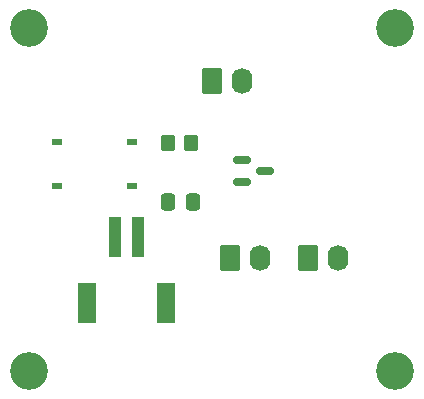
<source format=gbr>
G04 #@! TF.GenerationSoftware,KiCad,Pcbnew,8.0.0*
G04 #@! TF.CreationDate,2024-03-03T20:56:18-06:00*
G04 #@! TF.ProjectId,Haptic Feeback board,48617074-6963-4204-9665-656261636b20,rev?*
G04 #@! TF.SameCoordinates,Original*
G04 #@! TF.FileFunction,Soldermask,Top*
G04 #@! TF.FilePolarity,Negative*
%FSLAX46Y46*%
G04 Gerber Fmt 4.6, Leading zero omitted, Abs format (unit mm)*
G04 Created by KiCad (PCBNEW 8.0.0) date 2024-03-03 20:56:18*
%MOMM*%
%LPD*%
G01*
G04 APERTURE LIST*
G04 Aperture macros list*
%AMRoundRect*
0 Rectangle with rounded corners*
0 $1 Rounding radius*
0 $2 $3 $4 $5 $6 $7 $8 $9 X,Y pos of 4 corners*
0 Add a 4 corners polygon primitive as box body*
4,1,4,$2,$3,$4,$5,$6,$7,$8,$9,$2,$3,0*
0 Add four circle primitives for the rounded corners*
1,1,$1+$1,$2,$3*
1,1,$1+$1,$4,$5*
1,1,$1+$1,$6,$7*
1,1,$1+$1,$8,$9*
0 Add four rect primitives between the rounded corners*
20,1,$1+$1,$2,$3,$4,$5,0*
20,1,$1+$1,$4,$5,$6,$7,0*
20,1,$1+$1,$6,$7,$8,$9,0*
20,1,$1+$1,$8,$9,$2,$3,0*%
G04 Aperture macros list end*
%ADD10C,3.200000*%
%ADD11R,0.950500X0.558800*%
%ADD12RoundRect,0.250000X-0.337500X-0.475000X0.337500X-0.475000X0.337500X0.475000X-0.337500X0.475000X0*%
%ADD13RoundRect,0.250000X-0.620000X-0.845000X0.620000X-0.845000X0.620000X0.845000X-0.620000X0.845000X0*%
%ADD14O,1.740000X2.190000*%
%ADD15R,1.000000X3.500000*%
%ADD16R,1.500000X3.400000*%
%ADD17RoundRect,0.150000X-0.587500X-0.150000X0.587500X-0.150000X0.587500X0.150000X-0.587500X0.150000X0*%
%ADD18RoundRect,0.250000X-0.350000X-0.450000X0.350000X-0.450000X0.350000X0.450000X-0.350000X0.450000X0*%
G04 APERTURE END LIST*
D10*
G04 #@! TO.C,H3*
X125500000Y-112000000D03*
G04 #@! TD*
G04 #@! TO.C,H2*
X125500000Y-83000000D03*
G04 #@! TD*
D11*
G04 #@! TO.C,SW1*
X127878302Y-92667602D03*
X127878302Y-96367600D03*
X134239000Y-96367600D03*
X134239000Y-92667602D03*
G04 #@! TD*
D12*
G04 #@! TO.C,C1*
X137290900Y-97713800D03*
X139365900Y-97713800D03*
G04 #@! TD*
D10*
G04 #@! TO.C,H4*
X156500000Y-112000000D03*
G04 #@! TD*
D13*
G04 #@! TO.C,J2*
X140995400Y-87497600D03*
D14*
X143535400Y-87497600D03*
G04 #@! TD*
D15*
G04 #@! TO.C,J1*
X132747000Y-100685600D03*
X134747000Y-100685600D03*
D16*
X130397000Y-106235600D03*
X137097000Y-106235600D03*
G04 #@! TD*
D10*
G04 #@! TO.C,H1*
X156500000Y-83000000D03*
G04 #@! TD*
D13*
G04 #@! TO.C,M2*
X149148800Y-102438200D03*
D14*
X151688800Y-102438200D03*
G04 #@! TD*
D13*
G04 #@! TO.C,M1*
X142544800Y-102432800D03*
D14*
X145084800Y-102432800D03*
G04 #@! TD*
D17*
G04 #@! TO.C,Q1*
X143565400Y-94147600D03*
X143565400Y-96047600D03*
X145440400Y-95097600D03*
G04 #@! TD*
D18*
G04 #@! TO.C,R1*
X137242800Y-92735400D03*
X139242800Y-92735400D03*
G04 #@! TD*
M02*

</source>
